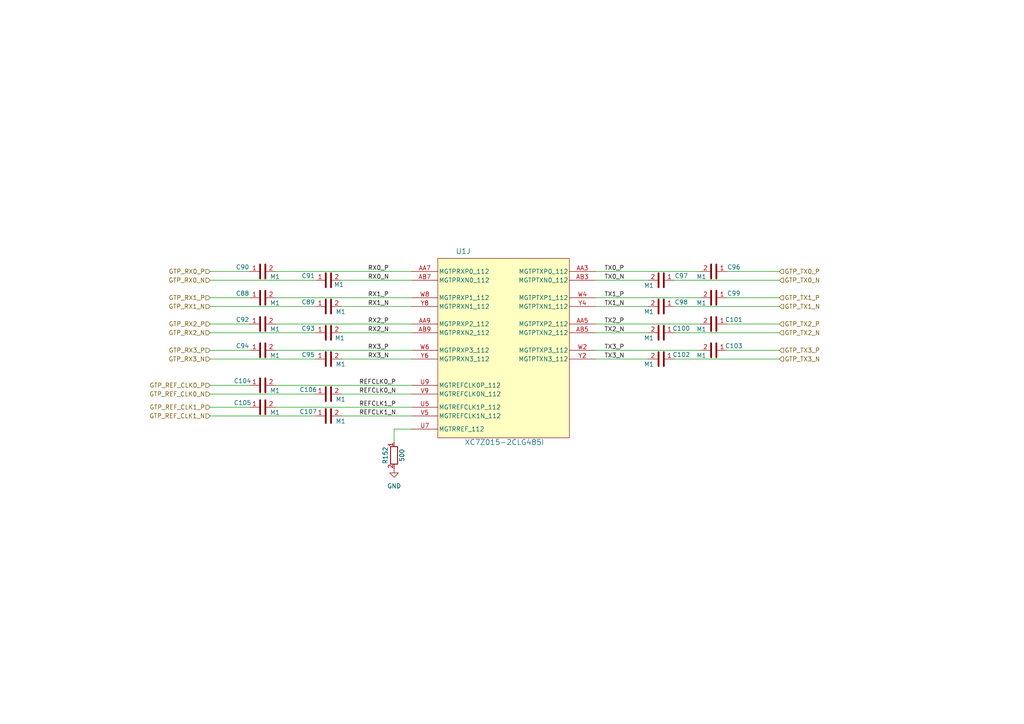
<source format=kicad_sch>
(kicad_sch (version 20250114) (generator "eeschema") (generator_version "9.0")
  (paper "A4")
  (title_block (title "TRNX SDR Carrier board") (date "2025-11-18") (rev "0.1") (company "Tronex s.r.o. / Tronex Group USA LLC"))
  (wire (pts (xy 80.01 93.98) (xy 119.38 93.98)))
  (wire (pts (xy 114.3 124.46) (xy 114.3 128.27)))
  (wire (pts (xy 210.82 86.36) (xy 226.06 86.36)))
  (wire (pts (xy 210.82 93.98) (xy 226.06 93.98)))
  (wire (pts (xy 226.06 88.9) (xy 195.58 88.9)))
  (wire (pts (xy 226.06 81.28) (xy 195.58 81.28)))
  (wire (pts (xy 99.06 114.3) (xy 119.38 114.3)))
  (wire (pts (xy 210.82 78.74) (xy 226.06 78.74)))
  (wire (pts (xy 80.01 86.36) (xy 119.38 86.36)))
  (wire (pts (xy 60.96 118.11) (xy 72.39 118.11)))
  (wire (pts (xy 187.96 88.9) (xy 172.72 88.9)))
  (wire (pts (xy 203.2 93.98) (xy 172.72 93.98)))
  (wire (pts (xy 99.06 104.14) (xy 119.38 104.14)))
  (wire (pts (xy 60.96 111.76) (xy 72.39 111.76)))
  (wire (pts (xy 60.96 120.65) (xy 91.44 120.65)))
  (wire (pts (xy 60.96 104.14) (xy 91.44 104.14)))
  (wire (pts (xy 119.38 124.46) (xy 114.3 124.46)))
  (wire (pts (xy 226.06 96.52) (xy 195.58 96.52)))
  (wire (pts (xy 203.2 101.6) (xy 172.72 101.6)))
  (wire (pts (xy 226.06 104.14) (xy 195.58 104.14)))
  (wire (pts (xy 80.01 101.6) (xy 119.38 101.6)))
  (wire (pts (xy 187.96 96.52) (xy 172.72 96.52)))
  (wire (pts (xy 187.96 104.14) (xy 172.72 104.14)))
  (wire (pts (xy 210.82 101.6) (xy 226.06 101.6)))
  (wire (pts (xy 60.96 81.28) (xy 91.44 81.28)))
  (wire (pts (xy 80.01 78.74) (xy 119.38 78.74)))
  (wire (pts (xy 60.96 101.6) (xy 72.39 101.6)))
  (wire (pts (xy 60.96 78.74) (xy 72.39 78.74)))
  (wire (pts (xy 80.01 118.11) (xy 119.38 118.11)))
  (wire (pts (xy 187.96 81.28) (xy 172.72 81.28)))
  (wire (pts (xy 60.96 96.52) (xy 91.44 96.52)))
  (wire (pts (xy 60.96 88.9) (xy 91.44 88.9)))
  (wire (pts (xy 203.2 86.36) (xy 172.72 86.36)))
  (wire (pts (xy 99.06 96.52) (xy 119.38 96.52)))
  (wire (pts (xy 99.06 120.65) (xy 119.38 120.65)))
  (wire (pts (xy 99.06 81.28) (xy 119.38 81.28)))
  (wire (pts (xy 99.06 88.9) (xy 119.38 88.9)))
  (wire (pts (xy 203.2 78.74) (xy 172.72 78.74)))
  (wire (pts (xy 80.01 111.76) (xy 119.38 111.76)))
  (wire (pts (xy 60.96 93.98) (xy 72.39 93.98)))
  (wire (pts (xy 60.96 114.3) (xy 91.44 114.3)))
  (wire (pts (xy 60.96 86.36) (xy 72.39 86.36)))
  (label "RX1_P" (at 106.68 86.36 0))
  (label "TX0_P" (at 175.26 78.74 0))
  (label "RX0_P" (at 106.68 78.74 0))
  (label "TX1_P" (at 175.26 86.36 0))
  (label "TX3_P" (at 175.26 101.6 0))
  (label "REFCLK0_N" (at 104.14 114.3 0))
  (label "TX0_N" (at 175.26 81.28 0))
  (label "RX1_N" (at 106.68 88.9 0))
  (label "TX2_N" (at 175.26 96.52 0))
  (label "REFCLK1_N" (at 104.14 120.65 0))
  (label "TX3_N" (at 175.26 104.14 0))
  (label "RX3_P" (at 106.68 101.6 0))
  (label "REFCLK0_P" (at 104.14 111.76 0))
  (label "RX0_N" (at 106.68 81.28 0))
  (label "TX1_N" (at 175.26 88.9 0))
  (label "REFCLK1_P" (at 104.14 118.11 0))
  (label "RX3_N" (at 106.68 104.14 0))
  (label "TX2_P" (at 175.26 93.98 0))
  (label "RX2_P" (at 106.68 93.98 0))
  (label "RX2_N" (at 106.68 96.52 0))
  (hierarchical_label "GTP_TX2_N" (shape input) (at 226.06 96.52 0))
  (hierarchical_label "GTP_REF_CLK1_P" (shape input) (at 60.96 118.11 180))
  (hierarchical_label "GTP_RX2_N" (shape input) (at 60.96 96.52 180))
  (hierarchical_label "GTP_RX3_P" (shape input) (at 60.96 101.6 180))
  (hierarchical_label "GTP_RX1_P" (shape input) (at 60.96 86.36 180))
  (hierarchical_label "GTP_REF_CLK0_N" (shape input) (at 60.96 114.3 180))
  (hierarchical_label "GTP_TX2_P" (shape input) (at 226.06 93.98 0))
  (hierarchical_label "GTP_REF_CLK0_P" (shape input) (at 60.96 111.76 180))
  (hierarchical_label "GTP_REF_CLK1_N" (shape input) (at 60.96 120.65 180))
  (hierarchical_label "GTP_TX1_N" (shape input) (at 226.06 88.9 0))
  (hierarchical_label "GTP_RX3_N" (shape input) (at 60.96 104.14 180))
  (hierarchical_label "GTP_RX0_N" (shape input) (at 60.96 81.28 180))
  (hierarchical_label "GTP_TX0_N" (shape input) (at 226.06 81.28 0))
  (hierarchical_label "GTP_TX0_P" (shape input) (at 226.06 78.74 0))
  (hierarchical_label "GTP_TX3_N" (shape input) (at 226.06 104.14 0))
  (hierarchical_label "GTP_RX2_P" (shape input) (at 60.96 93.98 180))
  (hierarchical_label "GTP_TX3_P" (shape input) (at 226.06 101.6 0))
  (hierarchical_label "GTP_TX1_P" (shape input) (at 226.06 86.36 0))
  (hierarchical_label "GTP_RX1_N" (shape input) (at 60.96 88.9 180))
  (hierarchical_label "GTP_RX0_P" (shape input) (at 60.96 78.74 180))
  (symbol (lib_id "PPA-Pasive:Cap") (at 191.77 81.28 270) (mirror x) (unit 1)
    (property "Reference" "C97" (at 197.612 80.01 90))
    (property "Value" "M1" (at 188.214 82.804 90))
    (property "Footprint" "Capacitor_SMD:C_0201_0603Metric" (effects (hide yes)))
    (property "Description" "capacitor" (effects (hide yes)))
    (property "Voltage" "100V" (effects (hide yes)))
    (property "Material" "X7R" (effects (hide yes)))
    (property "PN" "CL03A104KP3NNNC" (effects (hide yes)))
    (property "JLC" "C49062" (effects (hide yes)))
    (property "JLCPCB Part #" "C1581" (effects (hide yes)))
  )
  (symbol (lib_id "PPA-Pasive:Cap") (at 207.01 93.98 270) (mirror x) (unit 1)
    (property "Reference" "C101" (at 212.852 92.71 90))
    (property "Value" "M1" (at 203.454 95.504 90))
    (property "Footprint" "Capacitor_SMD:C_0201_0603Metric" (effects (hide yes)))
    (property "Description" "capacitor" (effects (hide yes)))
    (property "Voltage" "100V" (effects (hide yes)))
    (property "Material" "X7R" (effects (hide yes)))
    (property "PN" "CL03A104KP3NNNC" (effects (hide yes)))
    (property "JLC" "C49062" (effects (hide yes)))
    (property "JLCPCB Part #" "C1581" (effects (hide yes)))
  )
  (symbol (lib_id "XC7Z015-1CLG485C:XC7Z015-1CLG485I") (at 119.38 78.74 0) (unit 10)
    (property "Reference" "U1" (at 134.366 72.898 0) (effects (font (size 1.524 1.524))))
    (property "Value" "XC7Z015-2CLG485I" (at 146.304 128.27 0) (effects (font (size 1.524 1.524))))
    (property "Footprint" "XC7Z015:CLG485XC7Z012S&slash_XC7Z015_AMD" (effects (hide yes)))
    (property "Datasheet" "XC7Z015-1CLG485I" (effects (hide yes)))
    (property "JLCPCB Part #" " C1522056" (effects (hide yes)))
  )
  (symbol (lib_id "PPA-Pasive:Cap") (at 207.01 101.6 270) (mirror x) (unit 1)
    (property "Reference" "C103" (at 212.852 100.33 90))
    (property "Value" "M1" (at 203.454 103.124 90))
    (property "Footprint" "Capacitor_SMD:C_0201_0603Metric" (effects (hide yes)))
    (property "Description" "capacitor" (effects (hide yes)))
    (property "Voltage" "100V" (effects (hide yes)))
    (property "Material" "X7R" (effects (hide yes)))
    (property "PN" "CL03A104KP3NNNC" (effects (hide yes)))
    (property "JLC" "C49062" (effects (hide yes)))
    (property "JLCPCB Part #" "C1581" (effects (hide yes)))
  )
  (symbol (lib_id "PPA-Pasive:Cap") (at 76.2 101.6 90) (unit 1)
    (property "Reference" "C94" (at 70.358 100.33 90))
    (property "Value" "M1" (at 79.756 103.124 90))
    (property "Footprint" "Capacitor_SMD:C_0201_0603Metric" (effects (hide yes)))
    (property "Description" "capacitor" (effects (hide yes)))
    (property "Voltage" "100V" (effects (hide yes)))
    (property "Material" "X7R" (effects (hide yes)))
    (property "PN" "CL03A104KP3NNNC" (effects (hide yes)))
    (property "JLC" "C49062" (effects (hide yes)))
    (property "JLCPCB Part #" "C1581" (effects (hide yes)))
  )
  (symbol (lib_id "PPA-Pasive:Cap") (at 191.77 88.9 270) (mirror x) (unit 1)
    (property "Reference" "C98" (at 197.612 87.63 90))
    (property "Value" "M1" (at 188.214 90.424 90))
    (property "Footprint" "Capacitor_SMD:C_0201_0603Metric" (effects (hide yes)))
    (property "Description" "capacitor" (effects (hide yes)))
    (property "Voltage" "100V" (effects (hide yes)))
    (property "Material" "X7R" (effects (hide yes)))
    (property "PN" "CL03A104KP3NNNC" (effects (hide yes)))
    (property "JLC" "C49062" (effects (hide yes)))
    (property "JLCPCB Part #" "C1581" (effects (hide yes)))
  )
  (symbol (lib_id "PPA-Pasive:Cap") (at 76.2 78.74 90) (unit 1)
    (property "Reference" "C90" (at 70.358 77.47 90))
    (property "Value" "M1" (at 79.756 80.264 90))
    (property "Footprint" "Capacitor_SMD:C_0201_0603Metric" (effects (hide yes)))
    (property "Description" "capacitor" (effects (hide yes)))
    (property "Voltage" "100V" (effects (hide yes)))
    (property "Material" "X7R" (effects (hide yes)))
    (property "PN" "CL03A104KP3NNNC" (effects (hide yes)))
    (property "JLC" "C49062" (effects (hide yes)))
    (property "JLCPCB Part #" "C1581" (effects (hide yes)))
  )
  (symbol (lib_id "PPA-Pasive:Cap") (at 207.01 78.74 270) (mirror x) (unit 1)
    (property "Reference" "C96" (at 212.852 77.47 90))
    (property "Value" "M1" (at 203.454 80.264 90))
    (property "Footprint" "Capacitor_SMD:C_0201_0603Metric" (effects (hide yes)))
    (property "Description" "capacitor" (effects (hide yes)))
    (property "Voltage" "100V" (effects (hide yes)))
    (property "Material" "X7R" (effects (hide yes)))
    (property "PN" "CL03A104KP3NNNC" (effects (hide yes)))
    (property "JLC" "C49062" (effects (hide yes)))
    (property "JLCPCB Part #" "C1581" (effects (hide yes)))
  )
  (symbol (lib_id "PPA-Pasive:Cap") (at 95.25 88.9 90) (unit 1)
    (property "Reference" "C89" (at 89.408 87.63 90))
    (property "Value" "M1" (at 98.806 90.424 90))
    (property "Footprint" "Capacitor_SMD:C_0201_0603Metric" (effects (hide yes)))
    (property "Description" "capacitor" (effects (hide yes)))
    (property "Voltage" "100V" (effects (hide yes)))
    (property "Material" "X7R" (effects (hide yes)))
    (property "PN" "CL03A104KP3NNNC" (effects (hide yes)))
    (property "JLC" "C49062" (effects (hide yes)))
    (property "JLCPCB Part #" "C1581" (effects (hide yes)))
  )
  (symbol (lib_id "PPA-Pasive:Cap") (at 207.01 86.36 270) (mirror x) (unit 1)
    (property "Reference" "C99" (at 212.852 85.09 90))
    (property "Value" "M1" (at 203.454 87.884 90))
    (property "Footprint" "Capacitor_SMD:C_0201_0603Metric" (effects (hide yes)))
    (property "Description" "capacitor" (effects (hide yes)))
    (property "Voltage" "100V" (effects (hide yes)))
    (property "Material" "X7R" (effects (hide yes)))
    (property "PN" "CL03A104KP3NNNC" (effects (hide yes)))
    (property "JLC" "C49062" (effects (hide yes)))
    (property "JLCPCB Part #" "C1581" (effects (hide yes)))
  )
  (symbol (lib_id "power:GND") (at 114.3 135.89 0) (unit 1)
    (property "Reference" "#PWR0546" (effects (hide yes)))
    (property "Value" "GND" (at 114.3 140.97 0))
    (property "Description" "Power symbol creates a global label with name \"GND\" , ground" (effects (hide yes)))
  )
  (symbol (lib_id "PPA-Pasive:Res") (at 114.3 132.08 270) (unit 1)
    (property "Reference" "R152" (at 111.76 132.08 0))
    (property "Value" "500" (at 116.586 132.08 0))
    (property "Footprint" "Resistor_SMD:R_0402_1005Metric" (effects (hide yes)))
    (property "Power" "250mW" (effects (hide yes)))
    (property "Tolerance" "=< 5%" (effects (hide yes)))
    (property "JLCPCB Part #" "C25744" (effects (hide yes)))
  )
  (symbol (lib_id "PPA-Pasive:Cap") (at 191.77 96.52 270) (mirror x) (unit 1)
    (property "Reference" "C100" (at 197.612 95.25 90))
    (property "Value" "M1" (at 188.214 98.044 90))
    (property "Footprint" "Capacitor_SMD:C_0201_0603Metric" (effects (hide yes)))
    (property "Description" "capacitor" (effects (hide yes)))
    (property "Voltage" "100V" (effects (hide yes)))
    (property "Material" "X7R" (effects (hide yes)))
    (property "PN" "CL03A104KP3NNNC" (effects (hide yes)))
    (property "JLC" "C49062" (effects (hide yes)))
    (property "JLCPCB Part #" "C1581" (effects (hide yes)))
  )
  (symbol (lib_id "PPA-Pasive:Cap") (at 95.25 104.14 90) (unit 1)
    (property "Reference" "C95" (at 89.408 102.87 90))
    (property "Value" "M1" (at 98.806 105.664 90))
    (property "Footprint" "Capacitor_SMD:C_0201_0603Metric" (effects (hide yes)))
    (property "Description" "capacitor" (effects (hide yes)))
    (property "Voltage" "100V" (effects (hide yes)))
    (property "Material" "X7R" (effects (hide yes)))
    (property "PN" "CL03A104KP3NNNC" (effects (hide yes)))
    (property "JLC" "C49062" (effects (hide yes)))
    (property "JLCPCB Part #" "C1581" (effects (hide yes)))
  )
  (symbol (lib_id "PPA-Pasive:Cap") (at 76.2 118.11 90) (unit 1)
    (property "Reference" "C105" (at 70.358 116.84 90))
    (property "Value" "M1" (at 79.756 119.634 90))
    (property "Footprint" "Capacitor_SMD:C_0201_0603Metric" (effects (hide yes)))
    (property "Description" "capacitor" (effects (hide yes)))
    (property "Voltage" "100V" (effects (hide yes)))
    (property "Material" "X7R" (effects (hide yes)))
    (property "PN" "CL03A104KP3NNNC" (effects (hide yes)))
    (property "JLC" "C49062" (effects (hide yes)))
    (property "JLCPCB Part #" "C1581" (effects (hide yes)))
  )
  (symbol (lib_id "PPA-Pasive:Cap") (at 95.25 96.52 90) (unit 1)
    (property "Reference" "C93" (at 89.408 95.25 90))
    (property "Value" "M1" (at 98.552 98.044 90))
    (property "Footprint" "Capacitor_SMD:C_0201_0603Metric" (effects (hide yes)))
    (property "Description" "capacitor" (effects (hide yes)))
    (property "Voltage" "100V" (effects (hide yes)))
    (property "Material" "X7R" (effects (hide yes)))
    (property "PN" "CL03A104KP3NNNC" (effects (hide yes)))
    (property "JLC" "C49062" (effects (hide yes)))
    (property "JLCPCB Part #" "C1581" (effects (hide yes)))
  )
  (symbol (lib_id "PPA-Pasive:Cap") (at 95.25 81.28 90) (unit 1)
    (property "Reference" "C91" (at 89.408 80.01 90))
    (property "Value" "M1" (at 98.298 82.55 90))
    (property "Footprint" "Capacitor_SMD:C_0201_0603Metric" (effects (hide yes)))
    (property "Description" "capacitor" (effects (hide yes)))
    (property "Voltage" "100V" (effects (hide yes)))
    (property "Material" "X7R" (effects (hide yes)))
    (property "PN" "CL03A104KP3NNNC" (effects (hide yes)))
    (property "JLC" "C49062" (effects (hide yes)))
    (property "JLCPCB Part #" "C1581" (effects (hide yes)))
  )
  (symbol (lib_id "PPA-Pasive:Cap") (at 76.2 86.36 90) (unit 1)
    (property "Reference" "C88" (at 70.358 85.09 90))
    (property "Value" "M1" (at 79.756 87.884 90))
    (property "Footprint" "Capacitor_SMD:C_0201_0603Metric" (effects (hide yes)))
    (property "Description" "capacitor" (effects (hide yes)))
    (property "Voltage" "100V" (effects (hide yes)))
    (property "Material" "X7R" (effects (hide yes)))
    (property "PN" "CL03A104KP3NNNC" (effects (hide yes)))
    (property "JLC" "C49062" (effects (hide yes)))
    (property "JLCPCB Part #" "C1581" (effects (hide yes)))
  )
  (symbol (lib_id "PPA-Pasive:Cap") (at 76.2 111.76 90) (unit 1)
    (property "Reference" "C104" (at 70.358 110.49 90))
    (property "Value" "M1" (at 79.756 113.284 90))
    (property "Footprint" "Capacitor_SMD:C_0201_0603Metric" (effects (hide yes)))
    (property "Description" "capacitor" (effects (hide yes)))
    (property "Voltage" "100V" (effects (hide yes)))
    (property "Material" "X7R" (effects (hide yes)))
    (property "PN" "CL03A104KP3NNNC" (effects (hide yes)))
    (property "JLC" "C49062" (effects (hide yes)))
    (property "JLCPCB Part #" "C1581" (effects (hide yes)))
  )
  (symbol (lib_id "PPA-Pasive:Cap") (at 95.25 120.65 90) (unit 1)
    (property "Reference" "C107" (at 89.408 119.38 90))
    (property "Value" "M1" (at 98.806 122.174 90))
    (property "Footprint" "Capacitor_SMD:C_0201_0603Metric" (effects (hide yes)))
    (property "Description" "capacitor" (effects (hide yes)))
    (property "Voltage" "100V" (effects (hide yes)))
    (property "Material" "X7R" (effects (hide yes)))
    (property "PN" "CL03A104KP3NNNC" (effects (hide yes)))
    (property "JLC" "C49062" (effects (hide yes)))
    (property "JLCPCB Part #" "C1581" (effects (hide yes)))
  )
  (symbol (lib_id "PPA-Pasive:Cap") (at 95.25 114.3 90) (unit 1)
    (property "Reference" "C106" (at 89.408 113.03 90))
    (property "Value" "M1" (at 98.806 115.824 90))
    (property "Footprint" "Capacitor_SMD:C_0201_0603Metric" (effects (hide yes)))
    (property "Description" "capacitor" (effects (hide yes)))
    (property "Voltage" "100V" (effects (hide yes)))
    (property "Material" "X7R" (effects (hide yes)))
    (property "PN" "CL03A104KP3NNNC" (effects (hide yes)))
    (property "JLC" "C49062" (effects (hide yes)))
    (property "JLCPCB Part #" "C1581" (effects (hide yes)))
  )
  (symbol (lib_id "PPA-Pasive:Cap") (at 191.77 104.14 270) (mirror x) (unit 1)
    (property "Reference" "C102" (at 197.612 102.87 90))
    (property "Value" "M1" (at 188.214 105.664 90))
    (property "Footprint" "Capacitor_SMD:C_0201_0603Metric" (effects (hide yes)))
    (property "Description" "capacitor" (effects (hide yes)))
    (property "Voltage" "100V" (effects (hide yes)))
    (property "Material" "X7R" (effects (hide yes)))
    (property "PN" "CL03A104KP3NNNC" (effects (hide yes)))
    (property "JLC" "C49062" (effects (hide yes)))
    (property "JLCPCB Part #" "C1581" (effects (hide yes)))
  )
  (symbol (lib_id "PPA-Pasive:Cap") (at 76.2 93.98 90) (unit 1)
    (property "Reference" "C92" (at 70.358 92.71 90))
    (property "Value" "M1" (at 79.756 95.504 90))
    (property "Footprint" "Capacitor_SMD:C_0201_0603Metric" (effects (hide yes)))
    (property "Description" "capacitor" (effects (hide yes)))
    (property "Voltage" "100V" (effects (hide yes)))
    (property "Material" "X7R" (effects (hide yes)))
    (property "PN" "CL03A104KP3NNNC" (effects (hide yes)))
    (property "JLC" "C49062" (effects (hide yes)))
    (property "JLCPCB Part #" "C1581" (effects (hide yes)))
  )
)
</source>
